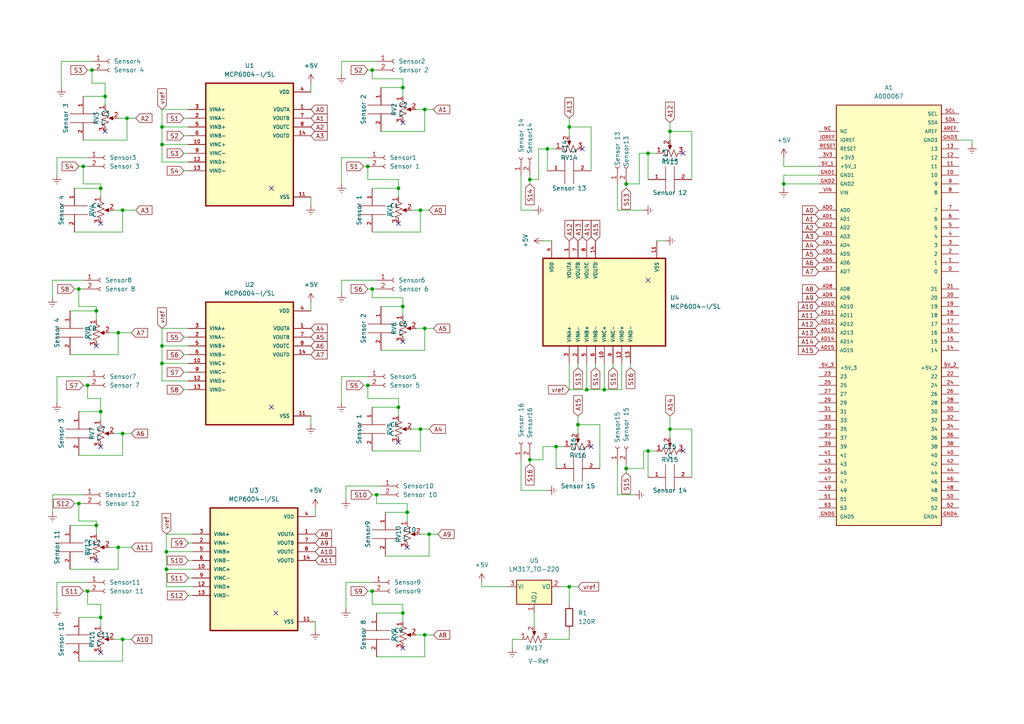
<source format=kicad_sch>
(kicad_sch (version 20211123) (generator eeschema)
  (paper "A4")
  (junction (at 175.26 113.03))
  (junction (at 46.99 100.33))
  (junction (at 187.96 130.81))
  (junction (at 107.95 171.45))
  (junction (at 29.21 54.61))
  (junction (at 22.86 146.05))
  (junction (at 106.68 111.76))
  (junction (at 22.86 83.82))
  (junction (at 158.75 43.18))
  (junction (at 27.94 90.17))
  (junction (at 187.96 44.45))
  (junction (at 46.99 105.41))
  (junction (at 46.99 41.91))
  (junction (at 48.26 160.02))
  (junction (at 170.18 113.03))
  (junction (at 123.19 31.75))
  (junction (at 124.46 154.94))
  (junction (at 121.92 60.96))
  (junction (at 34.29 96.52))
  (junction (at 25.4 171.45))
  (junction (at 116.84 177.8))
  (junction (at 118.11 148.59))
  (junction (at 107.95 20.32))
  (junction (at 107.95 83.82))
  (junction (at 29.21 179.07))
  (junction (at 48.26 165.1))
  (junction (at 153.67 52.07))
  (junction (at 24.13 48.26))
  (junction (at 161.29 129.54))
  (junction (at 121.92 124.46))
  (junction (at 36.83 34.29))
  (junction (at 165.1 36.83))
  (junction (at 35.56 125.73))
  (junction (at 46.99 36.83))
  (junction (at 26.67 20.32))
  (junction (at 30.48 27.94))
  (junction (at 167.64 123.19))
  (junction (at 115.57 118.11))
  (junction (at 116.84 25.4))
  (junction (at 35.56 185.42))
  (junction (at 181.61 135.89))
  (junction (at 227.33 53.34))
  (junction (at 181.61 53.34))
  (junction (at 194.31 38.1))
  (junction (at 123.19 95.25))
  (junction (at 165.1 170.18))
  (junction (at 106.68 48.26))
  (junction (at 123.19 184.15))
  (junction (at 109.22 143.51))
  (junction (at 153.67 133.35))
  (junction (at 115.57 54.61))
  (junction (at 29.21 119.38))
  (junction (at 34.29 158.75))
  (junction (at 116.84 88.9))
  (junction (at 194.31 124.46))
  (junction (at 27.94 152.4))
  (junction (at 35.56 60.96))
  (junction (at 25.4 111.76))
  (no_connect (at 171.45 129.54))
  (no_connect (at 116.84 99.06))
  (no_connect (at 80.01 177.8))
  (no_connect (at 29.21 189.23))
  (no_connect (at 78.74 118.11))
  (no_connect (at 27.94 100.33))
  (no_connect (at 168.91 43.18))
  (no_connect (at 29.21 129.54))
  (no_connect (at 118.11 158.75))
  (no_connect (at 116.84 187.96))
  (no_connect (at 187.96 81.28))
  (no_connect (at 198.12 44.45))
  (no_connect (at 78.74 54.61))
  (no_connect (at 29.21 64.77))
  (no_connect (at 30.48 38.1))
  (no_connect (at 116.84 35.56))
  (no_connect (at 115.57 64.77))
  (no_connect (at 27.94 162.56))
  (no_connect (at 198.12 130.81))
  (no_connect (at 115.57 128.27))
  (wire (pts (xy 115.57 118.11) (xy 115.57 120.65)))
  (wire (pts (xy 34.29 158.75) (xy 31.75 158.75)))
  (wire (pts (xy 109.22 143.51) (xy 110.49 143.51)))
  (wire (pts (xy 154.94 177.8) (xy 154.94 181.61)))
  (wire (pts (xy 27.94 154.94) (xy 27.94 152.4)))
  (wire (pts (xy 123.19 184.15) (xy 120.65 184.15)))
  (wire (pts (xy 107.95 54.61) (xy 115.57 54.61)))
  (wire (pts (xy 180.34 105.41) (xy 180.34 113.03)))
  (wire (pts (xy 115.57 52.07) (xy 115.57 54.61)))
  (wire (pts (xy 123.19 95.25) (xy 120.65 95.25)))
  (wire (pts (xy 281.94 40.64) (xy 281.94 41.91)))
  (wire (pts (xy 25.4 168.91) (xy 16.51 168.91)))
  (wire (pts (xy 153.67 53.34) (xy 153.67 52.07)))
  (wire (pts (xy 20.32 102.87) (xy 34.29 102.87)))
  (wire (pts (xy 177.8 106.68) (xy 177.8 105.41)))
  (wire (pts (xy 26.67 24.13) (xy 26.67 20.32)))
  (wire (pts (xy 171.45 49.53) (xy 171.45 36.83)))
  (wire (pts (xy 116.84 86.36) (xy 116.84 88.9)))
  (wire (pts (xy 181.61 54.61) (xy 181.61 53.34)))
  (wire (pts (xy 179.07 143.51) (xy 184.15 143.51)))
  (wire (pts (xy 27.94 90.17) (xy 27.94 88.9)))
  (wire (pts (xy 116.84 177.8) (xy 116.84 180.34)))
  (wire (pts (xy 110.49 101.6) (xy 123.19 101.6)))
  (wire (pts (xy 200.66 52.07) (xy 200.66 38.1)))
  (wire (pts (xy 165.1 170.18) (xy 165.1 175.26)))
  (wire (pts (xy 187.96 130.81) (xy 186.69 130.81)))
  (wire (pts (xy 17.78 17.78) (xy 17.78 25.4)))
  (wire (pts (xy 21.59 146.05) (xy 22.86 146.05)))
  (wire (pts (xy 167.64 120.65) (xy 167.64 123.19)))
  (wire (pts (xy 100.33 168.91) (xy 107.95 168.91)))
  (wire (pts (xy 237.49 53.34) (xy 227.33 53.34)))
  (wire (pts (xy 99.06 109.22) (xy 106.68 109.22)))
  (wire (pts (xy 181.61 137.16) (xy 181.61 135.89)))
  (wire (pts (xy 185.42 53.34) (xy 181.61 53.34)))
  (wire (pts (xy 116.84 86.36) (xy 107.95 86.36)))
  (wire (pts (xy 125.73 184.15) (xy 123.19 184.15)))
  (wire (pts (xy 35.56 60.96) (xy 33.02 60.96)))
  (wire (pts (xy 157.48 133.35) (xy 153.67 133.35)))
  (wire (pts (xy 139.7 170.18) (xy 147.32 170.18)))
  (wire (pts (xy 121.92 124.46) (xy 119.38 124.46)))
  (wire (pts (xy 91.44 180.34) (xy 91.44 182.88)))
  (wire (pts (xy 46.99 41.91) (xy 46.99 46.99)))
  (wire (pts (xy 22.86 83.82) (xy 24.13 83.82)))
  (wire (pts (xy 29.21 179.07) (xy 29.21 181.61)))
  (wire (pts (xy 200.66 38.1) (xy 194.31 38.1)))
  (wire (pts (xy 46.99 100.33) (xy 54.61 100.33)))
  (wire (pts (xy 90.17 120.65) (xy 90.17 123.19)))
  (wire (pts (xy 24.13 143.51) (xy 15.24 143.51)))
  (wire (pts (xy 190.5 69.85) (xy 193.04 69.85)))
  (wire (pts (xy 200.66 138.43) (xy 200.66 124.46)))
  (wire (pts (xy 34.29 102.87) (xy 34.29 96.52)))
  (wire (pts (xy 36.83 34.29) (xy 34.29 34.29)))
  (wire (pts (xy 22.86 132.08) (xy 35.56 132.08)))
  (wire (pts (xy 185.42 44.45) (xy 185.42 53.34)))
  (wire (pts (xy 116.84 88.9) (xy 116.84 91.44)))
  (wire (pts (xy 116.84 175.26) (xy 116.84 177.8)))
  (wire (pts (xy 227.33 50.8) (xy 227.33 53.34)))
  (wire (pts (xy 118.11 146.05) (xy 109.22 146.05)))
  (wire (pts (xy 187.96 52.07) (xy 187.96 44.45)))
  (wire (pts (xy 187.96 138.43) (xy 187.96 130.81)))
  (wire (pts (xy 35.56 185.42) (xy 33.02 185.42)))
  (wire (pts (xy 165.1 170.18) (xy 167.64 170.18)))
  (wire (pts (xy 106.68 20.32) (xy 107.95 20.32)))
  (wire (pts (xy 34.29 165.1) (xy 34.29 158.75)))
  (wire (pts (xy 27.94 151.13) (xy 22.86 151.13)))
  (wire (pts (xy 172.72 106.68) (xy 172.72 105.41)))
  (wire (pts (xy 173.99 135.89) (xy 173.99 123.19)))
  (wire (pts (xy 53.34 97.79) (xy 54.61 97.79)))
  (wire (pts (xy 90.17 87.63) (xy 90.17 90.17)))
  (wire (pts (xy 54.61 162.56) (xy 55.88 162.56)))
  (wire (pts (xy 20.32 152.4) (xy 27.94 152.4)))
  (wire (pts (xy 46.99 36.83) (xy 46.99 41.91)))
  (wire (pts (xy 109.22 17.78) (xy 99.06 17.78)))
  (wire (pts (xy 107.95 20.32) (xy 109.22 20.32)))
  (wire (pts (xy 16.51 168.91) (xy 16.51 176.53)))
  (wire (pts (xy 179.07 134.62) (xy 179.07 143.51)))
  (wire (pts (xy 25.4 175.26) (xy 25.4 171.45)))
  (wire (pts (xy 116.84 25.4) (xy 116.84 27.94)))
  (wire (pts (xy 194.31 124.46) (xy 194.31 127)))
  (wire (pts (xy 121.92 60.96) (xy 119.38 60.96)))
  (wire (pts (xy 46.99 105.41) (xy 46.99 110.49)))
  (wire (pts (xy 158.75 49.53) (xy 158.75 43.18)))
  (wire (pts (xy 151.13 50.8) (xy 151.13 60.96)))
  (wire (pts (xy 125.73 95.25) (xy 123.19 95.25)))
  (wire (pts (xy 153.67 52.07) (xy 153.67 50.8)))
  (wire (pts (xy 54.61 167.64) (xy 55.88 167.64)))
  (wire (pts (xy 171.45 36.83) (xy 165.1 36.83)))
  (wire (pts (xy 107.95 83.82) (xy 109.22 83.82)))
  (wire (pts (xy 90.17 24.13) (xy 90.17 26.67)))
  (wire (pts (xy 25.4 111.76) (xy 24.13 111.76)))
  (wire (pts (xy 109.22 146.05) (xy 109.22 143.51)))
  (wire (pts (xy 115.57 54.61) (xy 115.57 57.15)))
  (wire (pts (xy 106.68 115.57) (xy 106.68 111.76)))
  (wire (pts (xy 278.13 40.64) (xy 281.94 40.64)))
  (wire (pts (xy 173.99 123.19) (xy 167.64 123.19)))
  (wire (pts (xy 46.99 95.25) (xy 54.61 95.25)))
  (wire (pts (xy 121.92 67.31) (xy 121.92 60.96)))
  (wire (pts (xy 25.4 45.72) (xy 16.51 45.72)))
  (wire (pts (xy 165.1 36.83) (xy 165.1 39.37)))
  (wire (pts (xy 161.29 135.89) (xy 161.29 129.54)))
  (wire (pts (xy 46.99 100.33) (xy 46.99 105.41)))
  (wire (pts (xy 46.99 95.25) (xy 46.99 100.33)))
  (wire (pts (xy 100.33 176.53) (xy 100.33 168.91)))
  (wire (pts (xy 123.19 38.1) (xy 123.19 31.75)))
  (wire (pts (xy 48.26 165.1) (xy 48.26 170.18)))
  (wire (pts (xy 124.46 124.46) (xy 121.92 124.46)))
  (wire (pts (xy 181.61 135.89) (xy 181.61 134.62)))
  (wire (pts (xy 22.86 119.38) (xy 29.21 119.38)))
  (wire (pts (xy 165.1 185.42) (xy 165.1 182.88)))
  (wire (pts (xy 175.26 113.03) (xy 180.34 113.03)))
  (wire (pts (xy 151.13 133.35) (xy 151.13 142.24)))
  (wire (pts (xy 53.34 39.37) (xy 54.61 39.37)))
  (wire (pts (xy 156.21 43.18) (xy 158.75 43.18)))
  (wire (pts (xy 29.21 53.34) (xy 24.13 53.34)))
  (wire (pts (xy 22.86 48.26) (xy 24.13 48.26)))
  (wire (pts (xy 39.37 34.29) (xy 36.83 34.29)))
  (wire (pts (xy 48.26 154.94) (xy 55.88 154.94)))
  (wire (pts (xy 24.13 48.26) (xy 25.4 48.26)))
  (wire (pts (xy 110.49 38.1) (xy 123.19 38.1)))
  (wire (pts (xy 124.46 60.96) (xy 121.92 60.96)))
  (wire (pts (xy 111.76 148.59) (xy 118.11 148.59)))
  (wire (pts (xy 115.57 115.57) (xy 115.57 118.11)))
  (wire (pts (xy 99.06 53.34) (xy 99.06 45.72)))
  (wire (pts (xy 170.18 113.03) (xy 170.18 105.41)))
  (wire (pts (xy 194.31 35.56) (xy 194.31 38.1)))
  (wire (pts (xy 109.22 81.28) (xy 99.06 81.28)))
  (wire (pts (xy 24.13 48.26) (xy 24.13 53.34)))
  (wire (pts (xy 38.1 185.42) (xy 35.56 185.42)))
  (wire (pts (xy 156.21 52.07) (xy 153.67 52.07)))
  (wire (pts (xy 116.84 175.26) (xy 107.95 175.26)))
  (wire (pts (xy 186.69 60.96) (xy 179.07 60.96)))
  (wire (pts (xy 170.18 113.03) (xy 175.26 113.03)))
  (wire (pts (xy 46.99 36.83) (xy 54.61 36.83)))
  (wire (pts (xy 21.59 54.61) (xy 29.21 54.61)))
  (wire (pts (xy 157.48 133.35) (xy 157.48 129.54)))
  (wire (pts (xy 157.48 129.54) (xy 161.29 129.54)))
  (wire (pts (xy 27.94 88.9) (xy 22.86 88.9)))
  (wire (pts (xy 46.99 105.41) (xy 54.61 105.41)))
  (wire (pts (xy 186.69 130.81) (xy 186.69 135.89)))
  (wire (pts (xy 158.75 185.42) (xy 165.1 185.42)))
  (wire (pts (xy 35.56 191.77) (xy 35.56 185.42)))
  (wire (pts (xy 110.49 25.4) (xy 116.84 25.4)))
  (wire (pts (xy 29.21 54.61) (xy 29.21 53.34)))
  (wire (pts (xy 107.95 175.26) (xy 107.95 171.45)))
  (wire (pts (xy 22.86 146.05) (xy 24.13 146.05)))
  (wire (pts (xy 161.29 129.54) (xy 163.83 129.54)))
  (wire (pts (xy 15.24 81.28) (xy 15.24 86.36)))
  (wire (pts (xy 54.61 46.99) (xy 46.99 46.99)))
  (wire (pts (xy 124.46 161.29) (xy 124.46 154.94)))
  (wire (pts (xy 35.56 125.73) (xy 33.02 125.73)))
  (wire (pts (xy 227.33 45.72) (xy 227.33 48.26)))
  (wire (pts (xy 200.66 124.46) (xy 194.31 124.46)))
  (wire (pts (xy 54.61 157.48) (xy 55.88 157.48)))
  (wire (pts (xy 107.95 130.81) (xy 121.92 130.81)))
  (wire (pts (xy 46.99 31.75) (xy 46.99 36.83)))
  (wire (pts (xy 162.56 170.18) (xy 165.1 170.18)))
  (wire (pts (xy 29.21 119.38) (xy 29.21 121.92)))
  (wire (pts (xy 185.42 44.45) (xy 187.96 44.45)))
  (wire (pts (xy 54.61 172.72) (xy 55.88 172.72)))
  (wire (pts (xy 109.22 177.8) (xy 116.84 177.8)))
  (wire (pts (xy 38.1 125.73) (xy 35.56 125.73)))
  (wire (pts (xy 20.32 165.1) (xy 34.29 165.1)))
  (wire (pts (xy 24.13 81.28) (xy 15.24 81.28)))
  (wire (pts (xy 100.33 140.97) (xy 100.33 144.78)))
  (wire (pts (xy 29.21 175.26) (xy 29.21 179.07)))
  (wire (pts (xy 25.4 115.57) (xy 29.21 115.57)))
  (wire (pts (xy 53.34 34.29) (xy 54.61 34.29)))
  (wire (pts (xy 99.06 45.72) (xy 106.68 45.72)))
  (wire (pts (xy 194.31 120.65) (xy 194.31 124.46)))
  (wire (pts (xy 48.26 160.02) (xy 55.88 160.02)))
  (wire (pts (xy 106.68 171.45) (xy 107.95 171.45)))
  (wire (pts (xy 53.34 107.95) (xy 54.61 107.95)))
  (wire (pts (xy 53.34 49.53) (xy 54.61 49.53)))
  (wire (pts (xy 116.84 22.86) (xy 107.95 22.86)))
  (wire (pts (xy 21.59 83.82) (xy 22.86 83.82)))
  (wire (pts (xy 29.21 115.57) (xy 29.21 119.38)))
  (wire (pts (xy 123.19 101.6) (xy 123.19 95.25)))
  (wire (pts (xy 107.95 86.36) (xy 107.95 83.82)))
  (wire (pts (xy 22.86 179.07) (xy 29.21 179.07)))
  (wire (pts (xy 121.92 130.81) (xy 121.92 124.46)))
  (wire (pts (xy 106.68 52.07) (xy 106.68 48.26)))
  (wire (pts (xy 107.95 118.11) (xy 115.57 118.11)))
  (wire (pts (xy 175.26 113.03) (xy 175.26 105.41)))
  (wire (pts (xy 26.67 24.13) (xy 30.48 24.13)))
  (wire (pts (xy 182.88 106.68) (xy 182.88 105.41)))
  (wire (pts (xy 90.17 57.15) (xy 90.17 59.69)))
  (wire (pts (xy 25.4 171.45) (xy 24.13 171.45)))
  (wire (pts (xy 16.51 45.72) (xy 16.51 50.8)))
  (wire (pts (xy 153.67 133.35) (xy 153.67 134.62)))
  (wire (pts (xy 179.07 60.96) (xy 179.07 53.34)))
  (wire (pts (xy 22.86 191.77) (xy 35.56 191.77)))
  (wire (pts (xy 35.56 132.08) (xy 35.56 125.73)))
  (wire (pts (xy 38.1 158.75) (xy 34.29 158.75)))
  (wire (pts (xy 165.1 34.29) (xy 165.1 36.83)))
  (wire (pts (xy 194.31 38.1) (xy 194.31 40.64)))
  (wire (pts (xy 48.26 160.02) (xy 48.26 165.1)))
  (wire (pts (xy 118.11 146.05) (xy 118.11 148.59)))
  (wire (pts (xy 107.95 67.31) (xy 121.92 67.31)))
  (wire (pts (xy 35.56 67.31) (xy 35.56 60.96)))
  (wire (pts (xy 187.96 44.45) (xy 190.5 44.45)))
  (wire (pts (xy 124.46 154.94) (xy 121.92 154.94)))
  (wire (pts (xy 53.34 113.03) (xy 54.61 113.03)))
  (wire (pts (xy 27.94 152.4) (xy 27.94 151.13)))
  (wire (pts (xy 227.33 53.34) (xy 227.33 54.61)))
  (wire (pts (xy 107.95 22.86) (xy 107.95 20.32)))
  (wire (pts (xy 148.59 187.96) (xy 148.59 185.42)))
  (wire (pts (xy 105.41 48.26) (xy 106.68 48.26)))
  (wire (pts (xy 46.99 41.91) (xy 54.61 41.91)))
  (wire (pts (xy 39.37 60.96) (xy 35.56 60.96)))
  (wire (pts (xy 25.4 115.57) (xy 25.4 111.76)))
  (wire (pts (xy 111.76 161.29) (xy 124.46 161.29)))
  (wire (pts (xy 26.67 17.78) (xy 17.78 17.78)))
  (wire (pts (xy 53.34 102.87) (xy 54.61 102.87)))
  (wire (pts (xy 157.48 69.85) (xy 160.02 69.85)))
  (wire (pts (xy 167.64 123.19) (xy 167.64 125.73)))
  (wire (pts (xy 151.13 60.96) (xy 154.94 60.96)))
  (wire (pts (xy 156.21 43.18) (xy 156.21 52.07)))
  (wire (pts (xy 110.49 88.9) (xy 116.84 88.9)))
  (wire (pts (xy 118.11 148.59) (xy 118.11 151.13)))
  (wire (pts (xy 22.86 83.82) (xy 22.86 88.9)))
  (wire (pts (xy 48.26 165.1) (xy 55.88 165.1)))
  (wire (pts (xy 99.06 116.84) (xy 99.06 109.22)))
  (wire (pts (xy 139.7 168.91) (xy 139.7 170.18)))
  (wire (pts (xy 109.22 190.5) (xy 123.19 190.5)))
  (wire (pts (xy 27.94 92.71) (xy 27.94 90.17)))
  (wire (pts (xy 127 154.94) (xy 124.46 154.94)))
  (wire (pts (xy 181.61 135.89) (xy 186.69 135.89)))
  (wire (pts (xy 116.84 22.86) (xy 116.84 25.4)))
  (wire (pts (xy 151.13 142.24) (xy 158.75 142.24)))
  (wire (pts (xy 105.41 111.76) (xy 106.68 111.76)))
  (wire (pts (xy 158.75 43.18) (xy 161.29 43.18)))
  (wire (pts (xy 53.34 44.45) (xy 54.61 44.45)))
  (wire (pts (xy 38.1 96.52) (xy 34.29 96.52)))
  (wire (pts (xy 237.49 50.8) (xy 227.33 50.8)))
  (wire (pts (xy 227.33 48.26) (xy 237.49 48.26)))
  (wire (pts (xy 165.1 113.03) (xy 170.18 113.03)))
  (wire (pts (xy 106.68 83.82) (xy 107.95 83.82)))
  (wire (pts (xy 25.4 175.26) (xy 29.21 175.26)))
  (wire (pts (xy 30.48 27.94) (xy 30.48 30.48)))
  (wire (pts (xy 20.32 90.17) (xy 27.94 90.17)))
  (wire (pts (xy 110.49 140.97) (xy 100.33 140.97)))
  (wire (pts (xy 54.61 110.49) (xy 46.99 110.49)))
  (wire (pts (xy 26.67 20.32) (xy 25.4 20.32)))
  (wire (pts (xy 190.5 130.81) (xy 187.96 130.81)))
  (wire (pts (xy 36.83 40.64) (xy 36.83 34.29)))
  (wire (pts (xy 148.59 185.42) (xy 151.13 185.42)))
  (wire (pts (xy 115.57 115.57) (xy 106.68 115.57)))
  (wire (pts (xy 15.24 143.51) (xy 15.24 148.59)))
  (wire (pts (xy 167.64 106.68) (xy 167.64 105.41)))
  (wire (pts (xy 99.06 17.78) (xy 99.06 21.59)))
  (wire (pts (xy 99.06 81.28) (xy 99.06 85.09)))
  (wire (pts (xy 25.4 109.22) (xy 16.51 109.22)))
  (wire (pts (xy 165.1 113.03) (xy 165.1 105.41)))
  (wire (pts (xy 107.95 143.51) (xy 109.22 143.51)))
  (wire (pts (xy 123.19 190.5) (xy 123.19 184.15)))
  (wire (pts (xy 91.44 147.32) (xy 91.44 149.86)))
  (wire (pts (xy 34.29 96.52) (xy 31.75 96.52)))
  (wire (pts (xy 29.21 57.15) (xy 29.21 54.61)))
  (wire (pts (xy 125.73 31.75) (xy 123.19 31.75)))
  (wire (pts (xy 21.59 67.31) (xy 35.56 67.31)))
  (wire (pts (xy 55.88 170.18) (xy 48.26 170.18)))
  (wire (pts (xy 24.13 40.64) (xy 36.83 40.64)))
  (wire (pts (xy 24.13 27.94) (xy 30.48 27.94)))
  (wire (pts (xy 48.26 154.94) (xy 48.26 160.02)))
  (wire (pts (xy 22.86 146.05) (xy 22.86 151.13)))
  (wire (pts (xy 123.19 31.75) (xy 120.65 31.75)))
  (wire (pts (xy 16.51 109.22) (xy 16.51 116.84)))
  (wire (pts (xy 46.99 31.75) (xy 54.61 31.75)))
  (wire (pts (xy 115.57 52.07) (xy 106.68 52.07)))
  (wire (pts (xy 30.48 24.13) (xy 30.48 27.94)))
  (global_label "S13" (shape input) (at 181.61 54.61 270) (property "Intersheet References" "${INTERSHEET_REFS}" (effects hide)))
  (global_label "S3" (shape input) (at 53.34 44.45 180) (property "Intersheet References" "${INTERSHEET_REFS}" (effects hide)))
  (global_label "A9" (shape input) (at 127 154.94 0) (property "Intersheet References" "${INTERSHEET_REFS}" (effects hide)))
  (global_label "S8" (shape input) (at 21.59 83.82 180) (property "Intersheet References" "${INTERSHEET_REFS}" (effects hide)))
  (global_label "A0" (shape input) (at 237.49 60.96 180) (property "Intersheet References" "${INTERSHEET_REFS}" (effects hide)))
  (global_label "A15" (shape input) (at 237.49 101.6 180) (property "Intersheet References" "${INTERSHEET_REFS}" (effects hide)))
  (global_label "S10" (shape input) (at 54.61 162.56 180) (property "Intersheet References" "${INTERSHEET_REFS}" (effects hide)))
  (global_label "A12" (shape input) (at 237.49 93.98 180) (property "Intersheet References" "${INTERSHEET_REFS}" (effects hide)))
  (global_label "S3" (shape input) (at 25.4 20.32 180) (property "Intersheet References" "${INTERSHEET_REFS}" (effects hide)))
  (global_label "S5" (shape input) (at 105.41 111.76 180) (property "Intersheet References" "${INTERSHEET_REFS}" (effects hide)))
  (global_label "A9" (shape input) (at 91.44 157.48 0) (property "Intersheet References" "${INTERSHEET_REFS}" (effects hide)))
  (global_label "A11" (shape input) (at 237.49 91.44 180) (property "Intersheet References" "${INTERSHEET_REFS}" (effects hide)))
  (global_label "A5" (shape input) (at 125.73 95.25 0) (property "Intersheet References" "${INTERSHEET_REFS}" (effects hide)))
  (global_label "A1" (shape input) (at 90.17 34.29 0) (property "Intersheet References" "${INTERSHEET_REFS}" (effects hide)))
  (global_label "A4" (shape input) (at 237.49 71.12 180) (property "Intersheet References" "${INTERSHEET_REFS}" (effects hide)))
  (global_label "S15" (shape input) (at 181.61 137.16 270) (property "Intersheet References" "${INTERSHEET_REFS}" (effects hide)))
  (global_label "A3" (shape input) (at 39.37 60.96 0) (property "Intersheet References" "${INTERSHEET_REFS}" (effects hide)))
  (global_label "A3" (shape input) (at 90.17 39.37 0) (property "Intersheet References" "${INTERSHEET_REFS}" (effects hide)))
  (global_label "A1" (shape input) (at 125.73 31.75 0) (property "Intersheet References" "${INTERSHEET_REFS}" (effects hide)))
  (global_label "S6" (shape input) (at 53.34 102.87 180) (property "Intersheet References" "${INTERSHEET_REFS}" (effects hide)))
  (global_label "A10" (shape input) (at 38.1 185.42 0) (property "Intersheet References" "${INTERSHEET_REFS}" (effects hide)))
  (global_label "S9" (shape input) (at 106.68 171.45 180) (property "Intersheet References" "${INTERSHEET_REFS}" (effects hide)))
  (global_label "A11" (shape input) (at 91.44 162.56 0) (property "Intersheet References" "${INTERSHEET_REFS}" (effects hide)))
  (global_label "S4" (shape input) (at 53.34 49.53 180) (property "Intersheet References" "${INTERSHEET_REFS}" (effects hide)))
  (global_label "A12" (shape input) (at 194.31 35.56 90) (property "Intersheet References" "${INTERSHEET_REFS}" (effects hide)))
  (global_label "S6" (shape input) (at 106.68 83.82 180) (property "Intersheet References" "${INTERSHEET_REFS}" (effects hide)))
  (global_label "vref" (shape input) (at 48.26 154.94 90) (property "Intersheet References" "${INTERSHEET_REFS}" (effects hide)))
  (global_label "A6" (shape input) (at 237.49 76.2 180) (property "Intersheet References" "${INTERSHEET_REFS}" (effects hide)))
  (global_label "vref" (shape input) (at 46.99 31.75 90) (property "Intersheet References" "${INTERSHEET_REFS}" (effects hide)))
  (global_label "A2" (shape input) (at 39.37 34.29 0) (property "Intersheet References" "${INTERSHEET_REFS}" (effects hide)))
  (global_label "A2" (shape input) (at 90.17 36.83 0) (property "Intersheet References" "${INTERSHEET_REFS}" (effects hide)))
  (global_label "A12" (shape input) (at 165.1 69.85 90) (property "Intersheet References" "${INTERSHEET_REFS}" (effects hide)))
  (global_label "A10" (shape input) (at 91.44 160.02 0) (property "Intersheet References" "${INTERSHEET_REFS}" (effects hide)))
  (global_label "vref" (shape input) (at 46.99 95.25 90) (property "Intersheet References" "${INTERSHEET_REFS}" (effects hide)))
  (global_label "S11" (shape input) (at 24.13 171.45 180) (property "Intersheet References" "${INTERSHEET_REFS}" (effects hide)))
  (global_label "A3" (shape input) (at 237.49 68.58 180) (property "Intersheet References" "${INTERSHEET_REFS}" (effects hide)))
  (global_label "A8" (shape input) (at 125.73 184.15 0) (property "Intersheet References" "${INTERSHEET_REFS}" (effects hide)))
  (global_label "A14" (shape input) (at 237.49 99.06 180) (property "Intersheet References" "${INTERSHEET_REFS}" (effects hide)))
  (global_label "S8" (shape input) (at 53.34 113.03 180) (property "Intersheet References" "${INTERSHEET_REFS}" (effects hide)))
  (global_label "A7" (shape input) (at 38.1 96.52 0) (property "Intersheet References" "${INTERSHEET_REFS}" (effects hide)))
  (global_label "A6" (shape input) (at 90.17 100.33 0) (property "Intersheet References" "${INTERSHEET_REFS}" (effects hide)))
  (global_label "A11" (shape input) (at 38.1 158.75 0) (property "Intersheet References" "${INTERSHEET_REFS}" (effects hide)))
  (global_label "A5" (shape input) (at 237.49 73.66 180) (property "Intersheet References" "${INTERSHEET_REFS}" (effects hide)))
  (global_label "S1" (shape input) (at 105.41 48.26 180) (property "Intersheet References" "${INTERSHEET_REFS}" (effects hide)))
  (global_label "A9" (shape input) (at 237.49 86.36 180) (property "Intersheet References" "${INTERSHEET_REFS}" (effects hide)))
  (global_label "S2" (shape input) (at 106.68 20.32 180) (property "Intersheet References" "${INTERSHEET_REFS}" (effects hide)))
  (global_label "A14" (shape input) (at 170.18 69.85 90) (property "Intersheet References" "${INTERSHEET_REFS}" (effects hide)))
  (global_label "A10" (shape input) (at 237.49 88.9 180) (property "Intersheet References" "${INTERSHEET_REFS}" (effects hide)))
  (global_label "S16" (shape input) (at 153.67 134.62 270) (property "Intersheet References" "${INTERSHEET_REFS}" (effects hide)))
  (global_label "A5" (shape input) (at 90.17 97.79 0) (property "Intersheet References" "${INTERSHEET_REFS}" (effects hide)))
  (global_label "A15" (shape input) (at 167.64 120.65 90) (property "Intersheet References" "${INTERSHEET_REFS}" (effects hide)))
  (global_label "vref" (shape input) (at 165.1 113.03 180) (property "Intersheet References" "${INTERSHEET_REFS}" (effects hide)))
  (global_label "S11" (shape input) (at 54.61 167.64 180) (property "Intersheet References" "${INTERSHEET_REFS}" (effects hide)))
  (global_label "S12" (shape input) (at 21.59 146.05 180) (property "Intersheet References" "${INTERSHEET_REFS}" (effects hide)))
  (global_label "S10" (shape input) (at 107.95 143.51 180) (property "Intersheet References" "${INTERSHEET_REFS}" (effects hide)))
  (global_label "A13" (shape input) (at 237.49 96.52 180) (property "Intersheet References" "${INTERSHEET_REFS}" (effects hide)))
  (global_label "A13" (shape input) (at 167.64 69.85 90) (property "Intersheet References" "${INTERSHEET_REFS}" (effects hide)))
  (global_label "A13" (shape input) (at 165.1 34.29 90) (property "Intersheet References" "${INTERSHEET_REFS}" (effects hide)))
  (global_label "S2" (shape input) (at 53.34 39.37 180) (property "Intersheet References" "${INTERSHEET_REFS}" (effects hide)))
  (global_label "S7" (shape input) (at 24.13 111.76 180) (property "Intersheet References" "${INTERSHEET_REFS}" (effects hide)))
  (global_label "S16" (shape input) (at 182.88 106.68 270) (property "Intersheet References" "${INTERSHEET_REFS}" (effects hide)))
  (global_label "S5" (shape input) (at 53.34 97.79 180) (property "Intersheet References" "${INTERSHEET_REFS}" (effects hide)))
  (global_label "S13" (shape input) (at 167.64 106.68 270) (property "Intersheet References" "${INTERSHEET_REFS}" (effects hide)))
  (global_label "A2" (shape input) (at 237.49 66.04 180) (property "Intersheet References" "${INTERSHEET_REFS}" (effects hide)))
  (global_label "S12" (shape input) (at 54.61 172.72 180) (property "Intersheet References" "${INTERSHEET_REFS}" (effects hide)))
  (global_label "A0" (shape input) (at 124.46 60.96 0) (property "Intersheet References" "${INTERSHEET_REFS}" (effects hide)))
  (global_label "S14" (shape input) (at 172.72 106.68 270) (property "Intersheet References" "${INTERSHEET_REFS}" (effects hide)))
  (global_label "S9" (shape input) (at 54.61 157.48 180) (property "Intersheet References" "${INTERSHEET_REFS}" (effects hide)))
  (global_label "S15" (shape input) (at 177.8 106.68 270) (property "Intersheet References" "${INTERSHEET_REFS}" (effects hide)))
  (global_label "A4" (shape input) (at 90.17 95.25 0) (property "Intersheet References" "${INTERSHEET_REFS}" (effects hide)))
  (global_label "S4" (shape input) (at 22.86 48.26 180) (property "Intersheet References" "${INTERSHEET_REFS}" (effects hide)))
  (global_label "A8" (shape input) (at 91.44 154.94 0) (property "Intersheet References" "${INTERSHEET_REFS}" (effects hide)))
  (global_label "S14" (shape input) (at 153.67 53.34 270) (property "Intersheet References" "${INTERSHEET_REFS}" (effects hide)))
  (global_label "A1" (shape input) (at 237.49 63.5 180) (property "Intersheet References" "${INTERSHEET_REFS}" (effects hide)))
  (global_label "A7" (shape input) (at 237.49 78.74 180) (property "Intersheet References" "${INTERSHEET_REFS}" (effects hide)))
  (global_label "vref" (shape input) (at 167.64 170.18 0) (property "Intersheet References" "${INTERSHEET_REFS}" (effects hide)))
  (global_label "A0" (shape input) (at 90.17 31.75 0) (property "Intersheet References" "${INTERSHEET_REFS}" (effects hide)))
  (global_label "A6" (shape input) (at 38.1 125.73 0) (property "Intersheet References" "${INTERSHEET_REFS}" (effects hide)))
  (global_label "A7" (shape input) (at 90.17 102.87 0) (property "Intersheet References" "${INTERSHEET_REFS}" (effects hide)))
  (global_label "S7" (shape input) (at 53.34 107.95 180) (property "Intersheet References" "${INTERSHEET_REFS}" (effects hide)))
  (global_label "A15" (shape input) (at 172.72 69.85 90) (property "Intersheet References" "${INTERSHEET_REFS}" (effects hide)))
  (global_label "S1" (shape input) (at 53.34 34.29 180) (property "Intersheet References" "${INTERSHEET_REFS}" (effects hide)))
  (global_label "A4" (shape input) (at 124.46 124.46 0) (property "Intersheet References" "${INTERSHEET_REFS}" (effects hide)))
  (global_label "A8" (shape input) (at 237.49 83.82 180) (property "Intersheet References" "${INTERSHEET_REFS}" (effects hide)))
  (global_label "A14" (shape input) (at 194.31 120.65 90) (property "Intersheet References" "${INTERSHEET_REFS}" (effects hide)))
  (symbol (lib_id "power:Earth") (at 184.15 143.51 90) (unit 1)
    (property "Reference" "#PWR0125" (effects hide))
    (property "Value" "Earth" (effects hide))
  )
  (symbol (lib_id "Connector:Conn_01x02_Female") (at 29.21 143.51 0) (unit 1)
    (property "Reference" "Sensor12" (at 30.48 143.5099 0) (effects (justify left)))
    (property "Value" "Sensor 12" (at 30.48 146.0499 0) (effects (justify left)))
    (property "Footprint" "Connector_JST:JST_PH_B2B-PH-K_1x02_P2.00mm_Vertical" (effects hide))
  )
  (symbol (lib_id "pspice:C") (at 111.76 154.94 0) (unit 1)
    (property "Reference" "C10" (at 116.84 153.6699 0) (effects (justify left)))
    (property "Value" "C" (at 116.84 156.2099 0) (effects (justify left)))
    (property "Footprint" "Capacitor_SMD:C_0805_2012Metric" (effects hide))
  )
  (symbol (lib_id "Device:R_Potentiometer_US") (at 118.11 154.94 0) (unit 1)
    (property "Reference" "RV10" (at 115.57 154.94 90))
    (property "Value" "Sensor9" (at 106.68 154.94 90))
    (property "Footprint" "Potentiometer_THT:Potentiometer_Bourns_3296W_Vertical" (effects hide))
  )
  (symbol (lib_id "Regulator_Linear:LM317_TO-220") (at 154.94 170.18 0) (unit 1)
    (property "Reference" "U5" (at 154.94 162.56 0))
    (property "Value" "LM317_TO-220" (at 154.94 165.1 0))
    (property "Footprint" "Package_TO_SOT_THT:TO-220-3_Vertical" (effects hide))
    (property "Datasheet" "http://www.ti.com/lit/ds/symlink/lm317.pdf" (effects hide))
  )
  (symbol (lib_id "Connector:Conn_01x02_Female") (at 179.07 129.54 90) (unit 1)
    (property "Reference" "Sensor15" (at 179.07 119.38 0) (effects (justify right)))
    (property "Value" "Sensor 15" (at 181.61 118.11 0) (effects (justify right)))
    (property "Footprint" "Connector_JST:JST_PH_B2B-PH-K_1x02_P2.00mm_Vertical" (effects hide))
  )
  (symbol (lib_id "MCP6004-I_SL:MCP6004-I{slash}SL") (at 72.39 41.91 0) (unit 1)
    (property "Reference" "U1" (at 72.39 19.05 0))
    (property "Value" "MCP6004-I/SL" (at 72.39 21.59 0))
    (property "Footprint" "SOIC127P600X175-14N" (effects hide))
  )
  (symbol (lib_id "Device:R_Potentiometer_US") (at 29.21 185.42 0) (unit 1)
    (property "Reference" "RV11" (at 26.67 185.42 90))
    (property "Value" "Sensor 10" (at 17.78 185.42 90))
    (property "Footprint" "Potentiometer_THT:Potentiometer_Bourns_3296W_Vertical" (effects hide))
  )
  (symbol (lib_id "power:Earth") (at 154.94 60.96 90) (unit 1)
    (property "Reference" "#PWR0124" (effects hide))
    (property "Value" "Earth" (effects hide))
  )
  (symbol (lib_id "Connector:Conn_01x02_Female") (at 30.48 109.22 0) (unit 1) (in_bom no)
    (property "Reference" "Sensor7" (at 31.75 109.2199 0) (effects (justify left)))
    (property "Value" "Sensor 7" (at 31.75 111.7599 0) (effects (justify left)))
    (property "Footprint" "Connector_JST:JST_PH_B2B-PH-K_1x02_P2.00mm_Vertical" (effects hide))
  )
  (symbol (lib_id "pspice:C") (at 24.13 34.29 0) (unit 1)
    (property "Reference" "C3" (at 29.21 33.0199 0) (effects (justify left)))
    (property "Value" "C" (at 29.21 35.5599 0) (effects (justify left)))
    (property "Footprint" "Capacitor_SMD:C_0805_2012Metric" (effects hide))
  )
  (symbol (lib_id "Connector:Conn_01x02_Female") (at 151.13 128.27 90) (unit 1) (in_bom no)
    (property "Reference" "Sensor16" (at 153.67 118.11 0) (effects (justify right)))
    (property "Value" "Sensor 16" (at 151.13 116.84 0) (effects (justify right)))
    (property "Footprint" "Connector_JST:JST_PH_B2B-PH-K_1x02_P2.00mm_Vertical" (effects hide))
  )
  (symbol (lib_id "power:Earth") (at 186.69 60.96 90) (unit 1)
    (property "Reference" "#PWR0127" (effects hide))
    (property "Value" "Earth" (effects hide))
  )
  (symbol (lib_id "power:Earth") (at 193.04 69.85 90) (unit 1)
    (property "Reference" "#PWR0128" (effects hide))
    (property "Value" "Earth" (effects hide))
  )
  (symbol (lib_id "power:Earth") (at 90.17 123.19 0) (unit 1)
    (property "Reference" "#PWR0115" (effects hide))
    (property "Value" "Earth" (effects hide))
  )
  (symbol (lib_id "power:+5V") (at 157.48 69.85 90) (unit 1)
    (property "Reference" "#PWR0123" (effects hide))
    (property "Value" "+5V" (at 152.4 69.85 0))
  )
  (symbol (lib_id "Device:R_Potentiometer_US") (at 115.57 124.46 0) (unit 1)
    (property "Reference" "RV5" (at 113.03 124.46 90))
    (property "Value" "Sensor 1" (at 104.14 124.46 90))
    (property "Footprint" "Potentiometer_THT:Potentiometer_Bourns_3296W_Vertical" (effects hide))
  )
  (symbol (lib_id "power:Earth") (at 99.06 85.09 0) (unit 1)
    (property "Reference" "#PWR0113" (effects hide))
    (property "Value" "Earth" (effects hide))
  )
  (symbol (lib_id "power:Earth") (at 15.24 148.59 0) (unit 1)
    (property "Reference" "#PWR0117" (effects hide))
    (property "Value" "Earth" (effects hide))
  )
  (symbol (lib_id "power:+5V") (at 139.7 168.91 0) (unit 1)
    (property "Reference" "#PWR0104" (effects hide))
    (property "Value" "+5V" (at 139.7 163.83 0))
  )
  (symbol (lib_id "power:Earth") (at 99.06 21.59 0) (unit 1)
    (property "Reference" "#PWR0101" (effects hide))
    (property "Value" "Earth" (effects hide))
  )
  (symbol (lib_id "MCP6004-I_SL:MCP6004-I{slash}SL") (at 73.66 165.1 0) (unit 1)
    (property "Reference" "U3" (at 73.66 142.24 0))
    (property "Value" "MCP6004-I/SL" (at 73.66 144.78 0))
    (property "Footprint" "SOIC127P600X175-14N" (effects hide))
  )
  (symbol (lib_id "Device:R_Potentiometer_US") (at 29.21 60.96 0) (unit 1)
    (property "Reference" "RV4" (at 26.67 60.96 90))
    (property "Value" "Sensor 4" (at 17.78 60.96 90))
    (property "Footprint" "Potentiometer_THT:Potentiometer_Bourns_3296W_Vertical" (effects hide))
  )
  (symbol (lib_id "pspice:C") (at 22.86 185.42 0) (unit 1)
    (property "Reference" "C11" (at 27.94 184.1499 0) (effects (justify left)))
    (property "Value" "C" (at 27.94 186.6899 0) (effects (justify left)))
    (property "Footprint" "Capacitor_SMD:C_0805_2012Metric" (effects hide))
  )
  (symbol (lib_id "power:Earth") (at 227.33 54.61 0) (unit 1)
    (property "Reference" "#PWR0107" (effects hide))
    (property "Value" "Earth" (effects hide))
  )
  (symbol (lib_id "Connector:Conn_01x02_Female") (at 179.07 48.26 90) (unit 1)
    (property "Reference" "Sensor13" (at 181.61 39.37 0) (effects (justify right)))
    (property "Value" "Sensor 13" (at 179.07 38.1 0) (effects (justify right)))
    (property "Footprint" "Connector_JST:JST_PH_B2B-PH-K_1x02_P2.00mm_Vertical" (effects hide))
  )
  (symbol (lib_id "pspice:C") (at 110.49 95.25 0) (unit 1)
    (property "Reference" "C6" (at 115.57 93.9799 0) (effects (justify left)))
    (property "Value" "C" (at 115.57 96.5199 0) (effects (justify left)))
    (property "Footprint" "Capacitor_SMD:C_0805_2012Metric" (effects hide))
  )
  (symbol (lib_id "power:Earth") (at 16.51 116.84 0) (unit 1)
    (property "Reference" "#PWR0111" (effects hide))
    (property "Value" "Earth" (effects hide))
  )
  (symbol (lib_id "power:Earth") (at 16.51 176.53 0) (unit 1)
    (property "Reference" "#PWR0118" (effects hide))
    (property "Value" "Earth" (effects hide))
  )
  (symbol (lib_id "Connector:Conn_01x02_Female") (at 114.3 81.28 0) (unit 1)
    (property "Reference" "Sensor6" (at 115.57 81.2799 0) (effects (justify left)))
    (property "Value" "Sensor 6" (at 115.57 83.8199 0) (effects (justify left)))
    (property "Footprint" "Connector_JST:JST_PH_B2B-PH-K_1x02_P2.00mm_Vertical" (effects hide))
  )
  (symbol (lib_id "Device:R_Potentiometer_US") (at 29.21 125.73 0) (unit 1)
    (property "Reference" "RV7" (at 26.67 125.73 90))
    (property "Value" "Sensor 3" (at 17.78 125.73 90))
    (property "Footprint" "Potentiometer_THT:Potentiometer_Bourns_3296W_Vertical" (effects hide))
  )
  (symbol (lib_id "power:Earth") (at 158.75 142.24 90) (unit 1)
    (property "Reference" "#PWR0126" (effects hide))
    (property "Value" "Earth" (effects hide))
  )
  (symbol (lib_id "pspice:C") (at 107.95 124.46 0) (unit 1)
    (property "Reference" "C5" (at 113.03 123.1899 0) (effects (justify left)))
    (property "Value" "C" (at 113.03 125.7299 0) (effects (justify left)))
    (property "Footprint" "Capacitor_SMD:C_0805_2012Metric" (effects hide))
  )
  (symbol (lib_id "pspice:C") (at 194.31 52.07 90) (unit 1)
    (property "Reference" "C13" (at 193.0399 46.99 0) (effects (justify left)))
    (property "Value" "C" (at 195.5799 46.99 0) (effects (justify left)))
    (property "Footprint" "Capacitor_SMD:C_0805_2012Metric" (effects hide))
  )
  (symbol (lib_id "Device:R_Potentiometer_US") (at 27.94 96.52 0) (unit 1)
    (property "Reference" "RV8" (at 25.4 96.52 90))
    (property "Value" "Sensor 4" (at 16.51 96.52 90))
    (property "Footprint" "Potentiometer_THT:Potentiometer_Bourns_3296W_Vertical" (effects hide))
  )
  (symbol (lib_id "Connector:Conn_01x02_Female") (at 31.75 17.78 0) (unit 1) (in_bom no)
    (property "Reference" "Sensor4" (at 33.02 17.7799 0) (effects (justify left)))
    (property "Value" "Sensor 4" (at 33.02 20.3199 0) (effects (justify left)))
    (property "Footprint" "Connector_JST:JST_PH_B2B-PH-K_1x02_P2.00mm_Vertical" (effects hide))
  )
  (symbol (lib_id "Device:R_Potentiometer_US") (at 194.31 44.45 90) (unit 1)
    (property "Reference" "RV13" (at 194.31 46.99 90))
    (property "Value" "Sensor 12" (at 194.31 55.88 90))
    (property "Footprint" "Potentiometer_THT:Potentiometer_Bourns_3296W_Vertical" (effects hide))
  )
  (symbol (lib_id "power:Earth") (at 281.94 41.91 0) (unit 1)
    (property "Reference" "#PWR0129" (effects hide))
    (property "Value" "Earth" (effects hide))
  )
  (symbol (lib_id "pspice:C") (at 194.31 138.43 90) (unit 1)
    (property "Reference" "C15" (at 194.31 129.54 90))
    (property "Value" "C" (at 194.31 132.08 90))
    (property "Footprint" "Capacitor_SMD:C_0805_2012Metric" (effects hide))
  )
  (symbol (lib_id "MCP6004-I_SL:MCP6004-I{slash}SL") (at 72.39 105.41 0) (unit 1)
    (property "Reference" "U2" (at 72.39 82.55 0))
    (property "Value" "MCP6004-I/SL" (at 72.39 85.09 0))
    (property "Footprint" "SOIC127P600X175-14N" (effects hide))
  )
  (symbol (lib_id "Device:R") (at 165.1 179.07 0) (unit 1)
    (property "Reference" "R1" (at 167.64 177.7999 0) (effects (justify left)))
    (property "Value" "120R" (at 167.64 180.3399 0) (effects (justify left)))
    (property "Footprint" "Resistor_SMD:R_0805_2012Metric_Pad1.20x1.40mm_HandSolder" (effects hide))
  )
  (symbol (lib_id "pspice:C") (at 22.86 125.73 0) (unit 1)
    (property "Reference" "C7" (at 27.94 124.4599 0) (effects (justify left)))
    (property "Value" "C" (at 27.94 126.9999 0) (effects (justify left)))
    (property "Footprint" "Capacitor_SMD:C_0805_2012Metric" (effects hide))
  )
  (symbol (lib_id "power:+5V") (at 91.44 147.32 0) (unit 1)
    (property "Reference" "#PWR0119" (effects hide))
    (property "Value" "+5V" (at 91.44 142.24 0))
  )
  (symbol (lib_id "pspice:C") (at 20.32 96.52 0) (unit 1)
    (property "Reference" "C8" (at 25.4 95.2499 0) (effects (justify left)))
    (property "Value" "C" (at 25.4 97.7899 0) (effects (justify left)))
    (property "Footprint" "Capacitor_SMD:C_0805_2012Metric" (effects hide))
  )
  (symbol (lib_id "Connector:Conn_01x02_Female") (at 29.21 81.28 0) (unit 1)
    (property "Reference" "Sensor8" (at 30.48 81.2799 0) (effects (justify left)))
    (property "Value" "Sensor 8" (at 30.48 83.8199 0) (effects (justify left)))
    (property "Footprint" "Connector_JST:JST_PH_B2B-PH-K_1x02_P2.00mm_Vertical" (effects hide))
  )
  (symbol (lib_id "Device:R_Potentiometer_US") (at 27.94 158.75 0) (unit 1)
    (property "Reference" "RV12" (at 25.4 158.75 90))
    (property "Value" "Sensor 11" (at 16.51 158.75 90))
    (property "Footprint" "Potentiometer_THT:Potentiometer_Bourns_3296W_Vertical" (effects hide))
  )
  (symbol (lib_id "Device:R_Potentiometer_US") (at 116.84 31.75 0) (unit 1)
    (property "Reference" "RV2" (at 114.3 31.75 90))
    (property "Value" "Sensor 2" (at 105.41 31.75 90))
    (property "Footprint" "Potentiometer_THT:Potentiometer_Bourns_3296W_Vertical" (effects hide))
  )
  (symbol (lib_id "power:Earth") (at 91.44 182.88 0) (unit 1)
    (property "Reference" "#PWR0121" (effects hide))
    (property "Value" "Earth" (effects hide))
  )
  (symbol (lib_id "pspice:C") (at 107.95 60.96 0) (unit 1)
    (property "Reference" "C1" (at 113.03 59.6899 0) (effects (justify left)))
    (property "Value" "C" (at 113.03 62.2299 0) (effects (justify left)))
    (property "Footprint" "Capacitor_SMD:C_0805_2012Metric" (effects hide))
  )
  (symbol (lib_id "power:Earth") (at 148.59 187.96 0) (unit 1)
    (property "Reference" "#PWR0110" (effects hide))
    (property "Value" "Earth" (effects hide))
  )
  (symbol (lib_id "power:Earth") (at 99.06 53.34 0) (unit 1)
    (property "Reference" "#PWR0105" (effects hide))
    (property "Value" "Earth" (effects hide))
  )
  (symbol (lib_id "Connector:Conn_01x02_Female") (at 151.13 45.72 90) (unit 1)
    (property "Reference" "Sensor14" (at 153.67 35.56 0) (effects (justify right)))
    (property "Value" "Sensor 14" (at 151.13 34.29 0) (effects (justify right)))
    (property "Footprint" "Connector_JST:JST_PH_B2B-PH-K_1x02_P2.00mm_Vertical" (effects hide))
  )
  (symbol (lib_id "power:Earth") (at 90.17 59.69 0) (unit 1)
    (property "Reference" "#PWR0108" (effects hide))
    (property "Value" "Earth" (effects hide))
  )
  (symbol (lib_id "Device:R_Potentiometer_US") (at 167.64 129.54 90) (unit 1)
    (property "Reference" "RV16" (at 167.64 132.08 90))
    (property "Value" "Sensor 15" (at 167.64 140.97 90))
    (property "Footprint" "Potentiometer_THT:Potentiometer_Bourns_3296W_Vertical" (effects hide))
  )
  (symbol (lib_id "power:Earth") (at 17.78 25.4 0) (unit 1)
    (property "Reference" "#PWR0103" (effects hide))
    (property "Value" "Earth" (effects hide))
  )
  (symbol (lib_id "Device:R_Potentiometer_US") (at 115.57 60.96 0) (unit 1)
    (property "Reference" "RV1" (at 113.03 60.96 90))
    (property "Value" "Sensor 1" (at 104.14 60.96 90))
    (property "Footprint" "Potentiometer_THT:Potentiometer_Bourns_3296W_Vertical" (effects hide))
  )
  (symbol (lib_id "pspice:C") (at 165.1 49.53 90) (unit 1)
    (property "Reference" "C14" (at 163.8299 44.45 0) (effects (justify left)))
    (property "Value" "C" (at 166.3699 44.45 0) (effects (justify left)))
    (property "Footprint" "Capacitor_SMD:C_0805_2012Metric" (effects hide))
  )
  (symbol (lib_id "power:Earth") (at 16.51 50.8 0) (unit 1)
    (property "Reference" "#PWR0102" (effects hide))
    (property "Value" "Earth" (effects hide))
  )
  (symbol (lib_id "pspice:C") (at 21.59 60.96 0) (unit 1)
    (property "Reference" "C4" (at 26.67 59.6899 0) (effects (justify left)))
    (property "Value" "C" (at 26.67 62.2299 0) (effects (justify left)))
    (property "Footprint" "Capacitor_SMD:C_0805_2012Metric" (effects hide))
  )
  (symbol (lib_id "pspice:C") (at 167.64 135.89 90) (unit 1)
    (property "Reference" "C16" (at 166.3699 130.81 0) (effects (justify left)))
    (property "Value" "C" (at 168.9099 130.81 0) (effects (justify left)))
    (property "Footprint" "Capacitor_SMD:C_0805_2012Metric" (effects hide))
  )
  (symbol (lib_id "Device:R_Potentiometer_US") (at 194.31 130.81 90) (unit 1)
    (property "Reference" "RV15" (at 194.31 133.35 90))
    (property "Value" "Sensor 14" (at 194.31 142.24 90))
    (property "Footprint" "Potentiometer_THT:Potentiometer_Bourns_3296W_Vertical" (effects hide))
  )
  (symbol (lib_id "Device:R_Potentiometer_US") (at 165.1 43.18 90) (unit 1)
    (property "Reference" "RV14" (at 165.1 45.72 90))
    (property "Value" "Sensor 13" (at 165.1 54.61 90))
    (property "Footprint" "Potentiometer_THT:Potentiometer_Bourns_3296W_Vertical" (effects hide))
  )
  (symbol (lib_id "MCP6004-I_SL:MCP6004-I{slash}SL") (at 175.26 87.63 90) (unit 1)
    (property "Reference" "U4" (at 194.31 86.3599 90) (effects (justify right)))
    (property "Value" "MCP6004-I/SL" (at 194.31 88.8999 90) (effects (justify right)))
    (property "Footprint" "SOIC127P600X175-14N" (effects hide))
  )
  (symbol (lib_id "Connector:Conn_01x02_Female") (at 115.57 140.97 0) (unit 1)
    (property "Reference" "Sensor10" (at 116.84 140.9699 0) (effects (justify left)))
    (property "Value" "Sensor 10" (at 116.84 143.5099 0) (effects (justify left)))
    (property "Footprint" "Connector_JST:JST_PH_B2B-PH-K_1x02_P2.00mm_Vertical" (effects hide))
  )
  (symbol (lib_id "Device:R_Potentiometer_US") (at 30.48 34.29 0) (unit 1)
    (property "Reference" "RV3" (at 27.94 34.29 90))
    (property "Value" "Sensor 3" (at 19.05 34.29 90))
    (property "Footprint" "Potentiometer_THT:Potentiometer_Bourns_3296W_Vertical" (effects hide))
  )
  (symbol (lib_id "A000067:A000067") (at 257.81 91.44 0) (unit 1)
    (property "Reference" "A1" (at 257.81 25.4 0))
    (property "Value" "A000067" (at 257.81 27.94 0))
    (property "Footprint" "ARDUINO_A000067" (effects hide))
    (property "MP" "ARDUINO MEGA2560 REV3 - RETAIL" (effects hide))
    (property "PRICE" "None" (effects hide))
    (property "PACKAGE" "None" (effects hide))
    (property "MF" "Arduino" (effects hide))
    (property "AVAILABILITY" "Unavailable" (effects hide))
    (property "DESCRIPTION" "Dev.kit: Arduino; SPI, TWI, UART; ICSP, USB B, pin strips, supply" (effects hide))
  )
  (symbol (lib_id "Device:R_Potentiometer_US") (at 116.84 95.25 0) (unit 1)
    (property "Reference" "RV6" (at 114.3 95.25 90))
    (property "Value" "Sensor 2" (at 105.41 95.25 90))
    (property "Footprint" "Potentiometer_THT:Potentiometer_Bourns_3296W_Vertical" (effects hide))
  )
  (symbol (lib_id "Connector:Conn_01x02_Female") (at 111.76 45.72 0) (unit 1)
    (property "Reference" "Sensor1" (at 113.03 45.7199 0) (effects (justify left)))
    (property "Value" "Sensor 1" (at 113.03 48.2599 0) (effects (justify left)))
    (property "Footprint" "Connector_JST:JST_PH_B2B-PH-K_1x02_P2.00mm_Vertical" (effects hide))
  )
  (symbol (lib_id "power:+5V") (at 90.17 87.63 0) (unit 1)
    (property "Reference" "#PWR0114" (effects hide))
    (property "Value" "+5V" (at 90.17 82.55 0))
  )
  (symbol (lib_id "Connector:Conn_01x02_Female") (at 113.03 168.91 0) (unit 1)
    (property "Reference" "Sensor9" (at 114.3 168.9099 0) (effects (justify left)))
    (property "Value" "Sensor9" (at 114.3 171.4499 0) (effects (justify left)))
    (property "Footprint" "Connector_JST:JST_PH_B2B-PH-K_1x02_P2.00mm_Vertical" (effects hide))
  )
  (symbol (lib_id "Connector:Conn_01x02_Female") (at 111.76 109.22 0) (unit 1)
    (property "Reference" "Sensor5" (at 113.03 109.2199 0) (effects (justify left)))
    (property "Value" "Sensor 5" (at 113.03 111.7599 0) (effects (justify left)))
    (property "Footprint" "Connector_JST:JST_PH_B2B-PH-K_1x02_P2.00mm_Vertical" (effects hide))
  )
  (symbol (lib_id "pspice:C") (at 20.32 158.75 0) (unit 1)
    (property "Reference" "C12" (at 25.4 157.4799 0) (effects (justify left)))
    (property "Value" "C" (at 25.4 160.0199 0) (effects (justify left)))
    (property "Footprint" "Capacitor_SMD:C_0805_2012Metric" (effects hide))
  )
  (symbol (lib_id "Connector:Conn_01x02_Female") (at 114.3 17.78 0) (unit 1)
    (property "Reference" "Sensor2" (at 115.57 17.7799 0) (effects (justify left)))
    (property "Value" "Sensor 2" (at 115.57 20.3199 0) (effects (justify left)))
    (property "Footprint" "Connector_JST:JST_PH_B2B-PH-K_1x02_P2.00mm_Vertical" (effects hide))
  )
  (symbol (lib_id "power:Earth") (at 100.33 144.78 0) (unit 1)
    (property "Reference" "#PWR0120" (effects hide))
    (property "Value" "Earth" (effects hide))
  )
  (symbol (lib_id "Connector:Conn_01x02_Female") (at 30.48 168.91 0) (unit 1) (in_bom no)
    (property "Reference" "Sensor11" (at 31.75 168.9099 0) (effects (justify left)))
    (property "Value" "Sensor 11" (at 31.75 171.4499 0) (effects (justify left)))
    (property "Footprint" "Connector_JST:JST_PH_B2B-PH-K_1x02_P2.00mm_Vertical" (effects hide))
  )
  (symbol (lib_id "power:+5V") (at 227.33 45.72 0) (unit 1)
    (property "Reference" "#PWR0109" (effects hide))
    (property "Value" "+5V" (at 227.33 40.64 0))
  )
  (symbol (lib_id "Device:R_Potentiometer_US") (at 154.94 185.42 90) (unit 1)
    (property "Reference" "RV17" (at 154.94 187.96 90))
    (property "Value" "V-Ref" (at 156.21 191.77 90))
    (property "Footprint" "Potentiometer_THT:Potentiometer_Bourns_3296W_Vertical" (effects hide))
  )
  (symbol (lib_id "power:Earth") (at 99.06 116.84 0) (unit 1)
    (property "Reference" "#PWR0116" (effects hide))
    (property "Value" "Earth" (effects hide))
  )
  (symbol (lib_id "power:Earth") (at 100.33 176.53 0) (unit 1)
    (property "Reference" "#PWR0122" (effects hide))
    (property "Value" "Earth" (effects hide))
  )
  (symbol (lib_id "power:+5V") (at 90.17 24.13 0) (unit 1)
    (property "Reference" "#PWR0106" (effects hide))
    (property "Value" "+5V" (at 90.17 19.05 0))
  )
  (symbol (lib_id "Device:R_Potentiometer_US") (at 116.84 184.15 0) (unit 1)
    (property "Reference" "RV9" (at 114.3 184.15 90))
    (property "Value" "Sensor 8" (at 105.41 184.15 90))
    (property "Footprint" "Potentiometer_THT:Potentiometer_Bourns_3296W_Vertical" (effects hide))
  )
  (symbol (lib_id "power:Earth") (at 15.24 86.36 0) (unit 1)
    (property "Reference" "#PWR0112" (effects hide))
    (property "Value" "Earth" (effects hide))
  )
  (symbol (lib_id "pspice:C") (at 109.22 184.15 0) (unit 1)
    (property "Reference" "C9" (at 114.3 182.8799 0) (effects (justify left)))
    (property "Value" "C" (at 114.3 185.4199 0) (effects (justify left)))
    (property "Footprint" "Capacitor_SMD:C_0805_2012Metric" (effects hide))
  )
  (symbol (lib_id "pspice:C") (at 110.49 31.75 0) (unit 1)
    (property "Reference" "C2" (at 115.57 30.4799 0) (effects (justify left)))
    (property "Value" "C" (at 115.57 33.0199 0) (effects (justify left)))
    (property "Footprint" "Capacitor_SMD:C_0805_2012Metric" (effects hide))
  )
  (symbol (lib_id "Connector:Conn_01x02_Female") (at 30.48 45.72 0) (unit 1)
    (property "Reference" "Sensor3" (at 31.75 45.7199 0) (effects (justify left)))
    (property "Value" "Sensor 3" (at 31.75 48.2599 0) (effects (justify left)))
    (property "Footprint" "Connector_JST:JST_PH_B2B-PH-K_1x02_P2.00mm_Vertical" (effects hide))
  )
)
</source>
